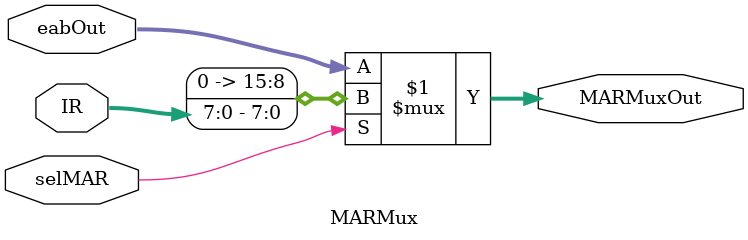
<source format=v>
`timescale 1ns / 1ps
module MARMux(IR,eabOut,selMAR,MARMuxOut);
input selMAR;
input[15:0] eabOut;
input[7:0] IR;
output[15:0] MARMuxOut;

assign MARMuxOut = selMAR ? {{8{1'b0}},IR} : eabOut;

endmodule

</source>
